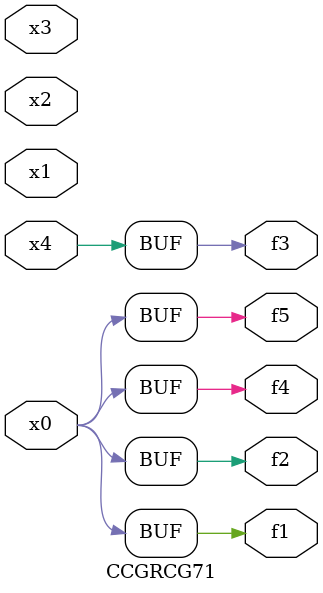
<source format=v>
module CCGRCG71(
	input x0, x1, x2, x3, x4,
	output f1, f2, f3, f4, f5
);
	assign f1 = x0;
	assign f2 = x0;
	assign f3 = x4;
	assign f4 = x0;
	assign f5 = x0;
endmodule

</source>
